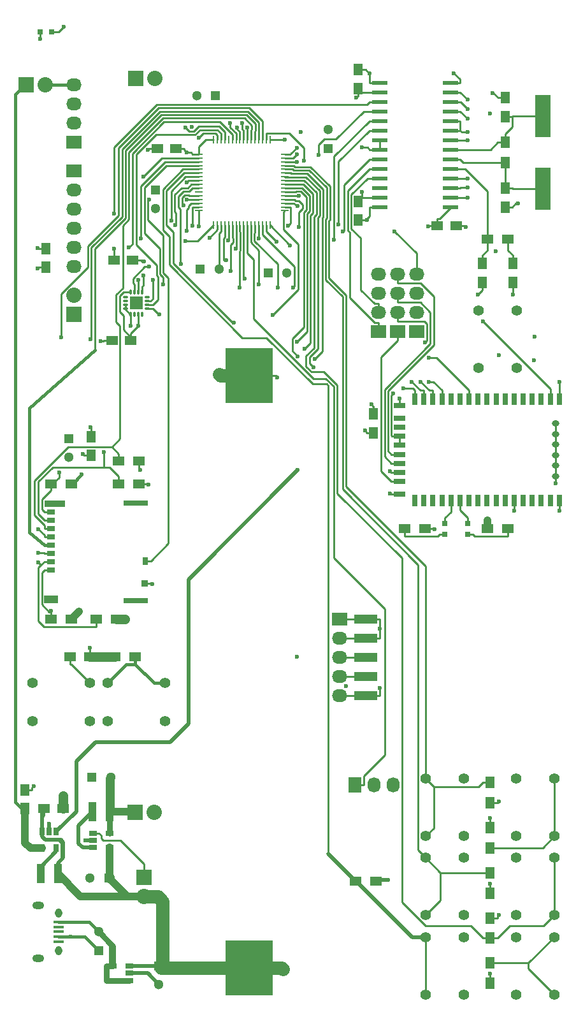
<source format=gtl>
G04 #@! TF.FileFunction,Copper,L1,Top,Signal*
%FSLAX46Y46*%
G04 Gerber Fmt 4.6, Leading zero omitted, Abs format (unit mm)*
G04 Created by KiCad (PCBNEW 4.0.2-stable) date Sat 27 Feb 2016 06:16:26 AM EST*
%MOMM*%
G01*
G04 APERTURE LIST*
%ADD10C,0.100000*%
%ADD11R,1.727200X2.032000*%
%ADD12O,1.727200X2.032000*%
%ADD13R,2.032000X1.727200*%
%ADD14O,2.032000X1.727200*%
%ADD15R,6.350000X7.340000*%
%ADD16R,3.050000X1.270000*%
%ADD17R,1.300000X1.300000*%
%ADD18C,1.300000*%
%ADD19R,1.100000X0.700000*%
%ADD20R,2.800000X0.860000*%
%ADD21R,1.830000X1.140000*%
%ADD22R,3.330000X0.700000*%
%ADD23R,0.930000X0.900000*%
%ADD24R,0.780000X1.050000*%
%ADD25R,0.800000X1.600000*%
%ADD26R,1.600000X0.800000*%
%ADD27O,1.000000X0.800000*%
%ADD28R,1.500000X1.250000*%
%ADD29R,1.250000X1.500000*%
%ADD30R,1.021080X2.540000*%
%ADD31R,1.350000X0.400000*%
%ADD32O,0.950000X1.250000*%
%ADD33O,1.550000X1.000000*%
%ADD34C,1.397000*%
%ADD35R,0.650000X1.060000*%
%ADD36R,1.060000X0.650000*%
%ADD37R,1.000000X0.250000*%
%ADD38R,0.250000X1.000000*%
%ADD39O,0.750000X0.300000*%
%ADD40O,0.300000X0.750000*%
%ADD41R,0.900000X0.900000*%
%ADD42R,2.000000X0.600000*%
%ADD43R,0.797560X0.797560*%
%ADD44R,1.500000X1.300000*%
%ADD45R,1.300000X1.500000*%
%ADD46R,2.100580X5.600700*%
%ADD47R,2.032000X2.032000*%
%ADD48O,2.032000X2.032000*%
%ADD49C,0.600000*%
%ADD50C,0.250000*%
%ADD51C,0.400000*%
%ADD52C,1.750000*%
%ADD53C,0.500000*%
%ADD54C,1.250000*%
%ADD55C,1.000000*%
%ADD56C,0.750000*%
G04 APERTURE END LIST*
D10*
D11*
X83000000Y-145000000D03*
D12*
X85540000Y-145000000D03*
X88080000Y-145000000D03*
D13*
X86150000Y-84820000D03*
D14*
X86150000Y-82280000D03*
X86150000Y-79740000D03*
X86150000Y-77200000D03*
D15*
X69000000Y-169330000D03*
X69000000Y-90670000D03*
D13*
X81000000Y-123000000D03*
D14*
X81000000Y-125540000D03*
X81000000Y-128080000D03*
X81000000Y-130620000D03*
X81000000Y-133160000D03*
D16*
X84490000Y-123000000D03*
X84490000Y-125540000D03*
X84490000Y-128080000D03*
X84490000Y-130620000D03*
X84490000Y-133160000D03*
D17*
X50350000Y-157350000D03*
D18*
X47850000Y-157350000D03*
D19*
X42650000Y-114250000D03*
X42650000Y-110950000D03*
D20*
X43150000Y-107670000D03*
D19*
X42650000Y-108750000D03*
X42650000Y-109850000D03*
X42650000Y-112050000D03*
X42650000Y-113150000D03*
X42650000Y-115350000D03*
X42650000Y-116450000D03*
D21*
X42665000Y-120330000D03*
D22*
X53915000Y-120550000D03*
D23*
X55115000Y-118240000D03*
D24*
X55190000Y-115290000D03*
D22*
X53915000Y-107590000D03*
D25*
X91000000Y-107250000D03*
D26*
X89000000Y-106400000D03*
X89000000Y-96300000D03*
D25*
X110200000Y-93750000D03*
X109000000Y-93750000D03*
X107800000Y-93750000D03*
X106600000Y-93750000D03*
X105400000Y-93750000D03*
X104200000Y-93750000D03*
X103000000Y-93750000D03*
X101800000Y-93750000D03*
X100600000Y-93750000D03*
X99400000Y-93750000D03*
X98200000Y-93750000D03*
X97000000Y-93750000D03*
X95800000Y-93750000D03*
X94600000Y-93750000D03*
X93400000Y-93750000D03*
X92200000Y-93750000D03*
X91000000Y-93750000D03*
D26*
X89000000Y-94600000D03*
X89000000Y-97500000D03*
X89000000Y-98700000D03*
X89000000Y-99900000D03*
X89000000Y-101100000D03*
X89000000Y-102300000D03*
X89000000Y-103500000D03*
X89000000Y-104700000D03*
D25*
X92200000Y-107250000D03*
X93400000Y-107250000D03*
X94600000Y-107250000D03*
X95800000Y-107250000D03*
X97000000Y-107250000D03*
X98200000Y-107250000D03*
X99400000Y-107250000D03*
X100600000Y-107250000D03*
X101800000Y-107250000D03*
X103000000Y-107250000D03*
X104200000Y-107250000D03*
X105400000Y-107250000D03*
X106600000Y-107250000D03*
X107800000Y-107250000D03*
X109000000Y-107250000D03*
X110200000Y-107250000D03*
D27*
X109700000Y-104000000D03*
X109700000Y-102600000D03*
X109700000Y-101200000D03*
X109700000Y-99800000D03*
X109700000Y-98400000D03*
X109700000Y-97000000D03*
D17*
X49000000Y-167000000D03*
D18*
X49000000Y-164500000D03*
D28*
X56750000Y-60500000D03*
X59250000Y-60500000D03*
D17*
X56500000Y-66000000D03*
D18*
X56500000Y-68500000D03*
D29*
X39200000Y-148150000D03*
X39200000Y-145650000D03*
D17*
X57000000Y-169000000D03*
D18*
X57000000Y-171500000D03*
D17*
X62500000Y-76500000D03*
D18*
X65000000Y-76500000D03*
D17*
X64500000Y-53500000D03*
D18*
X62000000Y-53500000D03*
D30*
X41254460Y-156800000D03*
X43545540Y-156800000D03*
X50455540Y-148580000D03*
X48164460Y-148580000D03*
D31*
X43662540Y-163199100D03*
X43662540Y-163849100D03*
X43662540Y-164499100D03*
X43662540Y-165149100D03*
X43662540Y-165799100D03*
D32*
X43662540Y-161999100D03*
X43662540Y-166999100D03*
D33*
X40962540Y-160999100D03*
X40962540Y-167999100D03*
D34*
X47810000Y-131460000D03*
X47810000Y-136540000D03*
X40190000Y-131460000D03*
X40190000Y-136540000D03*
X109540000Y-172810000D03*
X104460000Y-172810000D03*
X109540000Y-165190000D03*
X104460000Y-165190000D03*
X92460000Y-165190000D03*
X97540000Y-165190000D03*
X92460000Y-172810000D03*
X97540000Y-172810000D03*
X109540000Y-151810000D03*
X104460000Y-151810000D03*
X109540000Y-144190000D03*
X104460000Y-144190000D03*
X109540000Y-162310000D03*
X104460000Y-162310000D03*
X109540000Y-154690000D03*
X104460000Y-154690000D03*
X57810000Y-131460000D03*
X57810000Y-136540000D03*
X50190000Y-131460000D03*
X50190000Y-136540000D03*
X92460000Y-154690000D03*
X97540000Y-154690000D03*
X92460000Y-162310000D03*
X97540000Y-162310000D03*
X92460000Y-144190000D03*
X97540000Y-144190000D03*
X92460000Y-151810000D03*
X97540000Y-151810000D03*
D35*
X43350000Y-151200000D03*
X42400000Y-151200000D03*
X41450000Y-151200000D03*
X41450000Y-153400000D03*
X43350000Y-153400000D03*
D36*
X53100000Y-170950000D03*
X53100000Y-170000000D03*
X53100000Y-169050000D03*
X50900000Y-169050000D03*
X50900000Y-170950000D03*
D37*
X62300000Y-61250000D03*
X62300000Y-61750000D03*
X62300000Y-62250000D03*
X62300000Y-62750000D03*
X62300000Y-63250000D03*
X62300000Y-63750000D03*
X62300000Y-64250000D03*
X62300000Y-64750000D03*
X62300000Y-65250000D03*
X62300000Y-65750000D03*
X62300000Y-66250000D03*
X62300000Y-66750000D03*
X62300000Y-67250000D03*
X62300000Y-67750000D03*
X62300000Y-68250000D03*
X62300000Y-68750000D03*
D38*
X64250000Y-70700000D03*
X64750000Y-70700000D03*
X65250000Y-70700000D03*
X65750000Y-70700000D03*
X66250000Y-70700000D03*
X66750000Y-70700000D03*
X67250000Y-70700000D03*
X67750000Y-70700000D03*
X68250000Y-70700000D03*
X68750000Y-70700000D03*
X69250000Y-70700000D03*
X69750000Y-70700000D03*
X70250000Y-70700000D03*
X70750000Y-70700000D03*
X71250000Y-70700000D03*
X71750000Y-70700000D03*
D37*
X73700000Y-68750000D03*
X73700000Y-68250000D03*
X73700000Y-67750000D03*
X73700000Y-67250000D03*
X73700000Y-66750000D03*
X73700000Y-66250000D03*
X73700000Y-65750000D03*
X73700000Y-65250000D03*
X73700000Y-64750000D03*
X73700000Y-64250000D03*
X73700000Y-63750000D03*
X73700000Y-63250000D03*
X73700000Y-62750000D03*
X73700000Y-62250000D03*
X73700000Y-61750000D03*
X73700000Y-61250000D03*
D38*
X71750000Y-59300000D03*
X71250000Y-59300000D03*
X70750000Y-59300000D03*
X70250000Y-59300000D03*
X69750000Y-59300000D03*
X69250000Y-59300000D03*
X68750000Y-59300000D03*
X68250000Y-59300000D03*
X67750000Y-59300000D03*
X67250000Y-59300000D03*
X66750000Y-59300000D03*
X66250000Y-59300000D03*
X65750000Y-59300000D03*
X65250000Y-59300000D03*
X64750000Y-59300000D03*
X64250000Y-59300000D03*
D13*
X45720000Y-59690000D03*
D14*
X45720000Y-57150000D03*
X45720000Y-54610000D03*
X45720000Y-52070000D03*
D39*
X55475000Y-81750000D03*
X55475000Y-81250000D03*
X55475000Y-80750000D03*
X55475000Y-80250000D03*
D40*
X54750000Y-79525000D03*
X54250000Y-79525000D03*
X53750000Y-79525000D03*
X53250000Y-79525000D03*
D39*
X52525000Y-80250000D03*
X52525000Y-80750000D03*
X52525000Y-81250000D03*
X52525000Y-81750000D03*
D40*
X53250000Y-82475000D03*
X53750000Y-82475000D03*
X54250000Y-82475000D03*
X54750000Y-82475000D03*
D41*
X53550000Y-80550000D03*
X53550000Y-81450000D03*
X54450000Y-80550000D03*
X54450000Y-81450000D03*
D42*
X86300000Y-51745000D03*
X86300000Y-53015000D03*
X86300000Y-54285000D03*
X86300000Y-55555000D03*
X86300000Y-56825000D03*
X86300000Y-58095000D03*
X86300000Y-59365000D03*
X86300000Y-60635000D03*
X86300000Y-61905000D03*
X86300000Y-63175000D03*
X86300000Y-64445000D03*
X86300000Y-65715000D03*
X86300000Y-66985000D03*
X86300000Y-68255000D03*
X95700000Y-68255000D03*
X95700000Y-66985000D03*
X95700000Y-65715000D03*
X95700000Y-64445000D03*
X95700000Y-63175000D03*
X95700000Y-61905000D03*
X95700000Y-60635000D03*
X95700000Y-59365000D03*
X95700000Y-58095000D03*
X95700000Y-56825000D03*
X95700000Y-55555000D03*
X95700000Y-54285000D03*
X95700000Y-53015000D03*
X95700000Y-51745000D03*
D29*
X48000000Y-101250000D03*
X48000000Y-98750000D03*
D28*
X53500000Y-75350000D03*
X51000000Y-75350000D03*
X50750000Y-86000000D03*
X53250000Y-86000000D03*
D29*
X83500000Y-52500000D03*
X83500000Y-50000000D03*
X83500000Y-67500000D03*
X83500000Y-70000000D03*
D28*
X94000000Y-70750000D03*
X96500000Y-70750000D03*
D29*
X100000000Y-75750000D03*
X100000000Y-78250000D03*
X104000000Y-75750000D03*
X104000000Y-78250000D03*
X103000000Y-65750000D03*
X103000000Y-68250000D03*
X103000000Y-56250000D03*
X103000000Y-53750000D03*
D43*
X42749300Y-45000000D03*
X41250700Y-45000000D03*
X98000000Y-111749300D03*
X98000000Y-110250700D03*
X95000000Y-111749300D03*
X95000000Y-110250700D03*
D13*
X91230000Y-84820000D03*
D14*
X91230000Y-82280000D03*
X91230000Y-79740000D03*
X91230000Y-77200000D03*
D13*
X88690000Y-84820000D03*
D14*
X88690000Y-82280000D03*
X88690000Y-79740000D03*
X88690000Y-77200000D03*
D44*
X47850000Y-128000000D03*
X45150000Y-128000000D03*
D45*
X101000000Y-171350000D03*
X101000000Y-168650000D03*
D44*
X85850000Y-157750000D03*
X83150000Y-157750000D03*
D45*
X101000000Y-150650000D03*
X101000000Y-153350000D03*
X101000000Y-162650000D03*
X101000000Y-165350000D03*
D44*
X51150000Y-128000000D03*
X53850000Y-128000000D03*
D45*
X101000000Y-159350000D03*
X101000000Y-156650000D03*
X101000000Y-147350000D03*
X101000000Y-144650000D03*
D44*
X42650000Y-123000000D03*
X45350000Y-123000000D03*
X48650000Y-123000000D03*
X51350000Y-123000000D03*
X51650000Y-102000000D03*
X54350000Y-102000000D03*
X54350000Y-105000000D03*
X51650000Y-105000000D03*
X45350000Y-105000000D03*
X42650000Y-105000000D03*
X100650000Y-72500000D03*
X103350000Y-72500000D03*
D45*
X103000000Y-59650000D03*
X103000000Y-62350000D03*
D44*
X92350000Y-111000000D03*
X89650000Y-111000000D03*
X100650000Y-111000000D03*
X103350000Y-111000000D03*
D46*
X108000000Y-65848860D03*
X108000000Y-56151140D03*
D28*
X41750000Y-148100000D03*
X44250000Y-148100000D03*
D17*
X48100000Y-144000000D03*
D18*
X50600000Y-144000000D03*
D17*
X71500000Y-77000000D03*
D18*
X74000000Y-77000000D03*
D17*
X79500000Y-60500000D03*
D18*
X79500000Y-58000000D03*
D17*
X45000000Y-99000000D03*
D18*
X45000000Y-101500000D03*
D36*
X48250000Y-151400000D03*
X48250000Y-152350000D03*
X48250000Y-153300000D03*
X50450000Y-153300000D03*
X50450000Y-151400000D03*
D47*
X53900000Y-51200000D03*
D48*
X56440000Y-51200000D03*
D34*
X99460000Y-81990000D03*
X104540000Y-81990000D03*
X99460000Y-89610000D03*
X104540000Y-89610000D03*
D47*
X45720000Y-82550000D03*
D48*
X45720000Y-80010000D03*
D13*
X45720000Y-63500000D03*
D14*
X45720000Y-66040000D03*
X45720000Y-68580000D03*
X45720000Y-71120000D03*
X45720000Y-73660000D03*
X45720000Y-76200000D03*
D29*
X85500000Y-98250000D03*
X85500000Y-95750000D03*
X42000000Y-73750000D03*
X42000000Y-76250000D03*
D47*
X39370000Y-52070000D03*
D48*
X41910000Y-52070000D03*
D47*
X53800000Y-148600000D03*
D48*
X56340000Y-148600000D03*
D47*
X55000000Y-157300000D03*
D48*
X55000000Y-159840000D03*
D49*
X104200000Y-108587400D03*
X45300000Y-165149100D03*
X75300000Y-128000000D03*
X65000000Y-90500000D03*
X72695000Y-90864700D03*
X86340300Y-124270000D03*
X87400000Y-157600000D03*
X44250000Y-146400000D03*
X42400000Y-150150000D03*
X47250000Y-152350000D03*
X101000000Y-55868700D03*
X101000000Y-158078100D03*
X102151000Y-162260200D03*
X101000000Y-149365000D03*
X101000000Y-170091400D03*
X47850000Y-126823800D03*
X98031600Y-56561300D03*
X98032200Y-59435600D03*
X40856300Y-76443400D03*
X106846300Y-88581600D03*
X104000000Y-79923300D03*
X99400600Y-79908800D03*
X109700000Y-104927800D03*
X110200000Y-108552800D03*
X110200000Y-91460300D03*
X87694100Y-106299200D03*
X56114600Y-118300000D03*
X98014100Y-54003800D03*
X41250700Y-45915000D03*
X83181400Y-53762000D03*
X83993200Y-66223300D03*
X89000000Y-93693400D03*
X40357400Y-145135900D03*
X102184200Y-147177600D03*
X104710200Y-67819200D03*
X85204700Y-94481300D03*
X101294700Y-53123200D03*
X63707600Y-72327500D03*
X75326000Y-61264200D03*
X60231500Y-68067100D03*
X55484800Y-60689900D03*
X62296000Y-59033900D03*
X53250000Y-84011700D03*
X55013800Y-75509100D03*
X47904700Y-97490800D03*
X49244000Y-86095400D03*
X92746200Y-70864000D03*
X40964000Y-114199100D03*
X81865100Y-131902900D03*
X72580000Y-72847400D03*
X73500000Y-169500000D03*
X100650000Y-109900000D03*
X46400000Y-122000000D03*
X52500000Y-123000000D03*
X102200000Y-87900000D03*
X86340300Y-132134300D03*
X46750000Y-103750000D03*
X88100000Y-93000000D03*
X54533800Y-103159100D03*
X98032100Y-66985000D03*
X40874700Y-73697600D03*
X84974700Y-50479600D03*
X61335900Y-57588200D03*
X54250000Y-84014400D03*
X98013500Y-58313200D03*
X93610600Y-111058400D03*
X106940700Y-85490700D03*
X74391300Y-73357800D03*
X55625200Y-105104600D03*
X46864600Y-101064900D03*
X40968900Y-111024900D03*
X60674800Y-67264200D03*
X75305600Y-60381700D03*
X84353600Y-97917300D03*
X84661900Y-70013400D03*
X51000000Y-73828400D03*
X60698700Y-61048100D03*
X75848500Y-58304800D03*
X83993900Y-60360600D03*
X97766700Y-70941400D03*
X101716800Y-74100400D03*
X43709400Y-103468200D03*
X43984400Y-85601000D03*
X49637000Y-100758400D03*
X47861400Y-85785800D03*
X75362500Y-86120500D03*
X40959800Y-115425700D03*
X76349600Y-87087100D03*
X42650000Y-121845600D03*
X76279100Y-62104800D03*
X55700000Y-67250000D03*
X54615200Y-72424900D03*
X57592300Y-78530200D03*
X66957700Y-83595100D03*
X77702400Y-88407100D03*
X54916000Y-64251600D03*
X58641400Y-70026300D03*
X78237500Y-61370300D03*
X60672800Y-64991400D03*
X51023300Y-69109800D03*
X59170200Y-70651600D03*
X54250000Y-77975200D03*
X59945100Y-75851300D03*
X60688000Y-71397400D03*
X61421300Y-70770500D03*
X62260700Y-70858500D03*
X60533500Y-72796000D03*
X65900000Y-75300000D03*
X80870200Y-70548000D03*
X66229000Y-72707400D03*
X66531100Y-76792600D03*
X92865500Y-91487500D03*
X80244900Y-72570200D03*
X67162100Y-73820800D03*
X67750000Y-78920700D03*
X89480700Y-92374200D03*
X68399200Y-77751100D03*
X90592600Y-91487400D03*
X70275000Y-78525000D03*
X91771600Y-91495400D03*
X72750000Y-78950000D03*
X100018900Y-83450800D03*
X56201500Y-77978300D03*
X70293500Y-72436100D03*
X44362700Y-44305600D03*
X60535500Y-57719000D03*
X57028000Y-82515200D03*
X72114000Y-82559400D03*
X74163100Y-70726800D03*
X55655400Y-76189400D03*
X98036500Y-55263600D03*
X75441900Y-68154500D03*
X54897600Y-77337300D03*
X75601500Y-70885700D03*
X96194200Y-50470300D03*
X75545100Y-66786800D03*
X77501200Y-89501100D03*
X75327500Y-62290400D03*
X73701300Y-59290500D03*
X68725400Y-57689400D03*
X88319300Y-71474800D03*
X67333100Y-57676600D03*
X52951300Y-73661100D03*
X81468700Y-71504700D03*
X98041800Y-64453600D03*
X92358300Y-86208500D03*
X87693100Y-103311600D03*
X98025800Y-65640400D03*
X74837100Y-78950900D03*
X92838200Y-88302300D03*
X68051200Y-57130800D03*
X66476200Y-57080800D03*
X75449300Y-103200000D03*
X75449300Y-88073700D03*
D50*
X104200000Y-108587400D02*
X104200000Y-107250000D01*
D51*
X43662540Y-165149100D02*
X45300000Y-165149100D01*
X45300000Y-165149100D02*
X47149100Y-165149100D01*
X47149100Y-165149100D02*
X49000000Y-167000000D01*
D52*
X69000000Y-90670000D02*
X65170000Y-90670000D01*
X65170000Y-90670000D02*
X65000000Y-90500000D01*
D50*
X69000000Y-90670000D02*
X72500300Y-90670000D01*
X72500300Y-90670000D02*
X72695000Y-90864700D01*
X81000000Y-125540000D02*
X84490000Y-125540000D01*
X81000000Y-123000000D02*
X84490000Y-123000000D01*
X84490000Y-123000000D02*
X86340300Y-123000000D01*
X84490000Y-125540000D02*
X86340300Y-125540000D01*
X86340300Y-123000000D02*
X86340300Y-124270000D01*
X86340300Y-124270000D02*
X86340300Y-125540000D01*
D53*
X85750000Y-157600000D02*
X87400000Y-157600000D01*
D54*
X51150000Y-128000000D02*
X47850000Y-128000000D01*
X44250000Y-148100000D02*
X44250000Y-146400000D01*
D53*
X42400000Y-151200000D02*
X42400000Y-150150000D01*
X48250000Y-152350000D02*
X47250000Y-152350000D01*
X53100000Y-170000000D02*
X55500000Y-170000000D01*
X55500000Y-170000000D02*
X57000000Y-171500000D01*
D50*
X101000000Y-159350000D02*
X101000000Y-158078100D01*
X101000000Y-162650000D02*
X101975300Y-162650000D01*
X101975300Y-162435900D02*
X101975300Y-162650000D01*
X102151000Y-162260200D02*
X101975300Y-162435900D01*
X101000000Y-149365000D02*
X101000000Y-150650000D01*
X101000000Y-170091400D02*
X101000000Y-171350000D01*
X47850000Y-128000000D02*
X47850000Y-126823800D01*
X95700000Y-55555000D02*
X97025300Y-55555000D01*
X98031600Y-56561300D02*
X97025300Y-55555000D01*
X95700000Y-59365000D02*
X97025300Y-59365000D01*
X97095900Y-59435600D02*
X97025300Y-59365000D01*
X98032200Y-59435600D02*
X97095900Y-59435600D01*
X95700000Y-68354400D02*
X95700000Y-68255000D01*
X94254700Y-69799700D02*
X95700000Y-68354400D01*
X94000000Y-69799700D02*
X94254700Y-69799700D01*
X94000000Y-70750000D02*
X94000000Y-69799700D01*
X86300000Y-66985000D02*
X84974700Y-66985000D01*
X42000000Y-76250000D02*
X41049700Y-76250000D01*
X104000000Y-78250000D02*
X104000000Y-79923300D01*
X100000000Y-78250000D02*
X100000000Y-79325300D01*
X99984100Y-79325300D02*
X100000000Y-79325300D01*
X99400600Y-79908800D02*
X99984100Y-79325300D01*
X109700000Y-98400000D02*
X109700000Y-97000000D01*
X109700000Y-99800000D02*
X109700000Y-98400000D01*
X109700000Y-101200000D02*
X109700000Y-99800000D01*
X109700000Y-102600000D02*
X109700000Y-101200000D01*
X109700000Y-104000000D02*
X109700000Y-102600000D01*
X109700000Y-104927800D02*
X109700000Y-104000000D01*
X110200000Y-108552800D02*
X110200000Y-107250000D01*
X110200000Y-91460300D02*
X110200000Y-93750000D01*
X89000000Y-106400000D02*
X87874700Y-106400000D01*
X87773900Y-106299200D02*
X87874700Y-106400000D01*
X87694100Y-106299200D02*
X87773900Y-106299200D01*
X55115000Y-118240000D02*
X55905300Y-118240000D01*
X55965300Y-118300000D02*
X55905300Y-118240000D01*
X56114600Y-118300000D02*
X55965300Y-118300000D01*
X41049700Y-76250000D02*
X40856300Y-76443400D01*
X95700000Y-53015000D02*
X97025300Y-53015000D01*
X97025300Y-53015000D02*
X98014100Y-54003800D01*
X41250700Y-45915000D02*
X41250700Y-45000000D01*
X83368100Y-53575300D02*
X83500000Y-53575300D01*
X83181400Y-53762000D02*
X83368100Y-53575300D01*
X84974700Y-66985000D02*
X83993200Y-66985000D01*
X83500000Y-67478200D02*
X83500000Y-67500000D01*
X83993200Y-66985000D02*
X83500000Y-67478200D01*
X83993200Y-66223300D02*
X83993200Y-66985000D01*
X83500000Y-52500000D02*
X83500000Y-53037600D01*
X83500000Y-53037600D02*
X83500000Y-53575300D01*
X84952100Y-53037600D02*
X84974700Y-53015000D01*
X83500000Y-53037600D02*
X84952100Y-53037600D01*
X86300000Y-53015000D02*
X84974700Y-53015000D01*
X39200000Y-145650000D02*
X40150300Y-145650000D01*
X40150300Y-145343000D02*
X40150300Y-145650000D01*
X40357400Y-145135900D02*
X40150300Y-145343000D01*
X102147700Y-147177600D02*
X101975300Y-147350000D01*
X102184200Y-147177600D02*
X102147700Y-147177600D01*
X101000000Y-147350000D02*
X101975300Y-147350000D01*
X103000000Y-68250000D02*
X103950300Y-68250000D01*
X104381100Y-67819200D02*
X103950300Y-68250000D01*
X104710200Y-67819200D02*
X104381100Y-67819200D01*
X85500000Y-95750000D02*
X85500000Y-94674700D01*
X85398100Y-94674700D02*
X85500000Y-94674700D01*
X85204700Y-94481300D02*
X85398100Y-94674700D01*
X103000000Y-53750000D02*
X102049700Y-53750000D01*
X101422900Y-53123200D02*
X102049700Y-53750000D01*
X101294700Y-53123200D02*
X101422900Y-53123200D01*
X64750000Y-71285100D02*
X64750000Y-70700000D01*
X63707600Y-72327500D02*
X64750000Y-71285100D01*
X74840200Y-61750000D02*
X73700000Y-61750000D01*
X75326000Y-61264200D02*
X74840200Y-61750000D01*
X89000000Y-94600000D02*
X89000000Y-93693400D01*
X56750000Y-60500000D02*
X55674700Y-60500000D01*
X55484800Y-60689900D02*
X55674700Y-60500000D01*
X52525000Y-81825200D02*
X52525000Y-81750000D01*
X53174800Y-82475000D02*
X52525000Y-81825200D01*
X53250000Y-82475000D02*
X53174800Y-82475000D01*
X52525000Y-81750000D02*
X52525000Y-81250000D01*
X60049500Y-67885100D02*
X60231500Y-68067100D01*
X60049500Y-67005200D02*
X60049500Y-67885100D01*
X60415800Y-66638900D02*
X60049500Y-67005200D01*
X60933900Y-66638900D02*
X60415800Y-66638900D01*
X61045000Y-66750000D02*
X60933900Y-66638900D01*
X62300000Y-66750000D02*
X61045000Y-66750000D01*
X53250000Y-84011700D02*
X53250000Y-82475000D01*
X53500000Y-75350000D02*
X54575300Y-75350000D01*
X48000000Y-98750000D02*
X48000000Y-97674700D01*
X47904700Y-97579400D02*
X48000000Y-97674700D01*
X47904700Y-97490800D02*
X47904700Y-97579400D01*
X50750000Y-86000000D02*
X49674700Y-86000000D01*
X49579300Y-86095400D02*
X49674700Y-86000000D01*
X49244000Y-86095400D02*
X49579300Y-86095400D01*
X62855300Y-58474600D02*
X62296000Y-59033900D01*
X64526900Y-58474600D02*
X62855300Y-58474600D01*
X64750000Y-58697700D02*
X64526900Y-58474600D01*
X64750000Y-59300000D02*
X64750000Y-58697700D01*
X94000000Y-70750000D02*
X92924700Y-70750000D01*
X92810700Y-70864000D02*
X92924700Y-70750000D01*
X92746200Y-70864000D02*
X92810700Y-70864000D01*
X42650000Y-114250000D02*
X41774700Y-114250000D01*
X41723800Y-114199100D02*
X41774700Y-114250000D01*
X40964000Y-114199100D02*
X41723800Y-114199100D01*
X71257900Y-71525300D02*
X71250000Y-71525300D01*
X72580000Y-72847400D02*
X71257900Y-71525300D01*
X71250000Y-70700000D02*
X71250000Y-71525300D01*
X54734400Y-75509100D02*
X55013800Y-75509100D01*
X54575300Y-75350000D02*
X54734400Y-75509100D01*
D53*
X43545540Y-156800000D02*
X43545540Y-155404460D01*
X41450000Y-151850000D02*
X41450000Y-151200000D01*
X41900000Y-152300000D02*
X41450000Y-151850000D01*
X44000000Y-152300000D02*
X41900000Y-152300000D01*
X44300000Y-152600000D02*
X44000000Y-152300000D01*
X44300000Y-154650000D02*
X44300000Y-152600000D01*
X43545540Y-155404460D02*
X44300000Y-154650000D01*
X41450000Y-151200000D02*
X41450000Y-148400000D01*
X41450000Y-148400000D02*
X41750000Y-148100000D01*
D55*
X55000000Y-159840000D02*
X46585540Y-159840000D01*
X46585540Y-159840000D02*
X43545540Y-156800000D01*
X55000000Y-159840000D02*
X52840000Y-159840000D01*
X52840000Y-159840000D02*
X50350000Y-157350000D01*
D53*
X53100000Y-169050000D02*
X56950000Y-169050000D01*
X56950000Y-169050000D02*
X57000000Y-169000000D01*
D54*
X57000000Y-169000000D02*
X68670000Y-169000000D01*
X68670000Y-169000000D02*
X69000000Y-169330000D01*
D52*
X69000000Y-169330000D02*
X57330000Y-169330000D01*
X57330000Y-169330000D02*
X57500000Y-169160000D01*
X57500000Y-169160000D02*
X57500000Y-160500000D01*
X57500000Y-160500000D02*
X56840000Y-159840000D01*
X56840000Y-159840000D02*
X55000000Y-159840000D01*
X69000000Y-169330000D02*
X73330000Y-169330000D01*
X73330000Y-169330000D02*
X73500000Y-169500000D01*
D50*
X53100000Y-169050000D02*
X53955300Y-169050000D01*
X65169700Y-169000000D02*
X65499700Y-169330000D01*
X57000000Y-169000000D02*
X65169700Y-169000000D01*
X69000000Y-169330000D02*
X65499700Y-169330000D01*
X57000000Y-169000000D02*
X56024700Y-169000000D01*
X54005300Y-169000000D02*
X53955300Y-169050000D01*
X56024700Y-169000000D02*
X54005300Y-169000000D01*
X43545500Y-156800000D02*
X43545500Y-155204700D01*
X41450000Y-151652900D02*
X41450000Y-151200000D01*
X41900400Y-152103300D02*
X41450000Y-151652900D01*
X43378400Y-152103300D02*
X41900400Y-152103300D01*
X44006500Y-152731400D02*
X43378400Y-152103300D01*
X44006500Y-154743700D02*
X44006500Y-152731400D01*
X43545500Y-155204700D02*
X44006500Y-154743700D01*
X41450000Y-149350300D02*
X41750000Y-149050300D01*
X41750000Y-148100000D02*
X41750000Y-149050300D01*
X41450000Y-151200000D02*
X41450000Y-149350300D01*
D55*
X50450000Y-153300000D02*
X50450000Y-157250000D01*
X50450000Y-157250000D02*
X50350000Y-157350000D01*
D54*
X50400000Y-157300000D02*
X50350000Y-157350000D01*
D51*
X41910000Y-52070000D02*
X45720000Y-52070000D01*
D55*
X100650000Y-111000000D02*
X100650000Y-109900000D01*
X45350000Y-123000000D02*
X45400000Y-123000000D01*
X45400000Y-123000000D02*
X46400000Y-122000000D01*
D54*
X51350000Y-123000000D02*
X52500000Y-123000000D01*
D50*
X81000000Y-133160000D02*
X84490000Y-133160000D01*
X86340300Y-132134300D02*
X86340300Y-133160000D01*
X84490000Y-133160000D02*
X86340300Y-133160000D01*
D51*
X45350000Y-105000000D02*
X45500000Y-105000000D01*
X45500000Y-105000000D02*
X46750000Y-103750000D01*
D50*
X89000000Y-98700000D02*
X87974402Y-98700000D01*
X87874402Y-93225598D02*
X88100000Y-93000000D01*
X87874402Y-98600000D02*
X87874402Y-93225598D01*
X87974402Y-98700000D02*
X87874402Y-98600000D01*
X54350000Y-102000000D02*
X54350000Y-102975300D01*
X54350000Y-102975300D02*
X54533800Y-103159100D01*
X97025300Y-58095000D02*
X97025300Y-56825000D01*
X95700000Y-58095000D02*
X97025300Y-58095000D01*
X95700000Y-56825000D02*
X97025300Y-56825000D01*
X95700000Y-66985000D02*
X98032100Y-66985000D01*
X86300000Y-59365000D02*
X86300000Y-60635000D01*
X42000000Y-73750000D02*
X41049700Y-73750000D01*
X89000000Y-98700000D02*
X89000000Y-99900000D01*
X86300000Y-51745000D02*
X84974700Y-51745000D01*
X40997300Y-73697600D02*
X40874700Y-73697600D01*
X41049700Y-73750000D02*
X40997300Y-73697600D01*
X97243500Y-58313200D02*
X97025300Y-58095000D01*
X98013500Y-58313200D02*
X97243500Y-58313200D01*
X54250000Y-84014400D02*
X54250000Y-82475000D01*
X83500000Y-50000000D02*
X84450300Y-50000000D01*
X84974700Y-50479600D02*
X84974700Y-51745000D01*
X84929900Y-50479600D02*
X84450300Y-50000000D01*
X84974700Y-50479600D02*
X84929900Y-50479600D01*
X92350000Y-111000000D02*
X93425300Y-111000000D01*
X93483700Y-111058400D02*
X93425300Y-111000000D01*
X93610600Y-111058400D02*
X93483700Y-111058400D01*
X54350000Y-105000000D02*
X55425300Y-105000000D01*
X55529900Y-105104600D02*
X55425300Y-105000000D01*
X55625200Y-105104600D02*
X55529900Y-105104600D01*
X65250000Y-70700000D02*
X65250000Y-71525300D01*
X63238000Y-59300000D02*
X64250000Y-59300000D01*
X62300000Y-60238000D02*
X63238000Y-59300000D01*
X62300000Y-61250000D02*
X62300000Y-60238000D01*
X74391300Y-73341300D02*
X74391300Y-73357800D01*
X71750000Y-70700000D02*
X74391300Y-73341300D01*
X65000000Y-71775300D02*
X65000000Y-76500000D01*
X65250000Y-71525300D02*
X65000000Y-71775300D01*
X48000000Y-101250000D02*
X47049700Y-101250000D01*
X46864600Y-101064900D02*
X47049700Y-101250000D01*
X86300000Y-68255000D02*
X84974700Y-68255000D01*
X83500000Y-70000000D02*
X84450300Y-70000000D01*
X84974700Y-69475600D02*
X84450300Y-70000000D01*
X84974700Y-68255000D02*
X84974700Y-69475600D01*
X42650000Y-112050000D02*
X41774700Y-112050000D01*
X41774700Y-111830700D02*
X41774700Y-112050000D01*
X40968900Y-111024900D02*
X41774700Y-111830700D01*
X61460500Y-67264200D02*
X61474700Y-67250000D01*
X60674800Y-67264200D02*
X61460500Y-67264200D01*
X62300000Y-67250000D02*
X61474700Y-67250000D01*
X73700000Y-61250000D02*
X74525300Y-61250000D01*
X74525300Y-61162000D02*
X74525300Y-61250000D01*
X75305600Y-60381700D02*
X74525300Y-61162000D01*
X85500000Y-98250000D02*
X84549700Y-98250000D01*
X84549700Y-98113400D02*
X84549700Y-98250000D01*
X84353600Y-97917300D02*
X84549700Y-98113400D01*
X84463700Y-70013400D02*
X84450300Y-70000000D01*
X84661900Y-70013400D02*
X84463700Y-70013400D01*
X51000000Y-73828400D02*
X51000000Y-75350000D01*
X54250000Y-84049700D02*
X54250000Y-84014400D01*
X53250000Y-85049700D02*
X54250000Y-84049700D01*
X62300000Y-61250000D02*
X61474700Y-61250000D01*
X61272800Y-61048100D02*
X60698700Y-61048100D01*
X61474700Y-61250000D02*
X61272800Y-61048100D01*
X60325300Y-60674700D02*
X60325300Y-60500000D01*
X60698700Y-61048100D02*
X60325300Y-60674700D01*
X59250000Y-60500000D02*
X60325300Y-60500000D01*
X86300000Y-60635000D02*
X84974700Y-60635000D01*
X84700300Y-60360600D02*
X84974700Y-60635000D01*
X83993900Y-60360600D02*
X84700300Y-60360600D01*
X96500000Y-70750000D02*
X97575300Y-70750000D01*
X97766700Y-70941400D02*
X97575300Y-70750000D01*
X53250000Y-86000000D02*
X53250000Y-85524800D01*
X53250000Y-85524800D02*
X53250000Y-85049700D01*
X52328400Y-79525000D02*
X53250000Y-79525000D01*
X51813600Y-80039800D02*
X52328400Y-79525000D01*
X51813600Y-82213600D02*
X51813600Y-80039800D01*
X52290900Y-82690900D02*
X51813600Y-82213600D01*
X52290900Y-84565700D02*
X52290900Y-82690900D01*
X53250000Y-85524800D02*
X52290900Y-84565700D01*
X51650000Y-102000000D02*
X51650000Y-101024700D01*
X42650000Y-110950000D02*
X41774700Y-110950000D01*
X51650000Y-101024700D02*
X50745100Y-100119800D01*
X41774700Y-110532900D02*
X41774700Y-110950000D01*
X40465900Y-109224100D02*
X41774700Y-110532900D01*
X40465900Y-104591800D02*
X40465900Y-109224100D01*
X44937900Y-100119800D02*
X40465900Y-104591800D01*
X50745100Y-100119800D02*
X44937900Y-100119800D01*
X69250000Y-59300000D02*
X69250000Y-58474700D01*
X51825400Y-99039500D02*
X50745100Y-100119800D01*
X51825400Y-84025600D02*
X51825400Y-99039500D01*
X51306300Y-83506500D02*
X51825400Y-84025600D01*
X51306300Y-79910200D02*
X51306300Y-83506500D01*
X52212400Y-79004100D02*
X51306300Y-79910200D01*
X52212400Y-70715800D02*
X52212400Y-79004100D01*
X52999500Y-69928700D02*
X52212400Y-70715800D01*
X52999500Y-60971800D02*
X52999500Y-69928700D01*
X57515800Y-56455500D02*
X52999500Y-60971800D01*
X68375900Y-56455500D02*
X57515800Y-56455500D01*
X69350700Y-57430300D02*
X68375900Y-56455500D01*
X69350700Y-57948500D02*
X69350700Y-57430300D01*
X69250000Y-58049200D02*
X69350700Y-57948500D01*
X69250000Y-58474700D02*
X69250000Y-58049200D01*
X42650000Y-108750000D02*
X41774700Y-108750000D01*
X41424600Y-108399900D02*
X41774700Y-108750000D01*
X41424600Y-107088100D02*
X41424600Y-108399900D01*
X42650000Y-105862700D02*
X41424600Y-107088100D01*
X42650000Y-105000000D02*
X42650000Y-105215600D01*
X42650000Y-105215600D02*
X42650000Y-105862700D01*
X43709400Y-104156200D02*
X43709400Y-103468200D01*
X42650000Y-105215600D02*
X43709400Y-104156200D01*
X43984400Y-79841800D02*
X43984400Y-85601000D01*
X47551800Y-76274400D02*
X43984400Y-79841800D01*
X47551800Y-73465700D02*
X47551800Y-76274400D01*
X51648600Y-69368900D02*
X47551800Y-73465700D01*
X51648600Y-60412000D02*
X51648600Y-69368900D01*
X56956000Y-55104600D02*
X51648600Y-60412000D01*
X68990200Y-55104600D02*
X56956000Y-55104600D01*
X70750000Y-56864400D02*
X68990200Y-55104600D01*
X70750000Y-59300000D02*
X70750000Y-56864400D01*
X51650000Y-105000000D02*
X51650000Y-104024700D01*
X42650000Y-109850000D02*
X41774700Y-109850000D01*
X70250000Y-59300000D02*
X70250000Y-58474700D01*
X50436700Y-102811400D02*
X51650000Y-104024700D01*
X49637000Y-102811400D02*
X50436700Y-102811400D01*
X42883200Y-102811400D02*
X49637000Y-102811400D01*
X40969700Y-104724900D02*
X42883200Y-102811400D01*
X40969700Y-109045000D02*
X40969700Y-104724900D01*
X41774700Y-109850000D02*
X40969700Y-109045000D01*
X49637000Y-102811400D02*
X49637000Y-100758400D01*
X48002100Y-85645100D02*
X47861400Y-85785800D01*
X48002100Y-73652300D02*
X48002100Y-85645100D01*
X52098900Y-69555500D02*
X48002100Y-73652300D01*
X52098900Y-60598600D02*
X52098900Y-69555500D01*
X57142600Y-55554900D02*
X52098900Y-60598600D01*
X68803600Y-55554900D02*
X57142600Y-55554900D01*
X70251300Y-57002600D02*
X68803600Y-55554900D01*
X70251300Y-58473400D02*
X70251300Y-57002600D01*
X70250000Y-58474700D02*
X70251300Y-58473400D01*
D51*
X42650000Y-113150000D02*
X41774700Y-113150000D01*
D50*
X69750000Y-58186100D02*
X69750000Y-59300000D01*
X69801000Y-58135100D02*
X69750000Y-58186100D01*
X69801000Y-57189200D02*
X69801000Y-58135100D01*
X68617000Y-56005200D02*
X69801000Y-57189200D01*
X57329200Y-56005200D02*
X68617000Y-56005200D01*
X52549200Y-60785200D02*
X57329200Y-56005200D01*
X52549200Y-69742100D02*
X52549200Y-60785200D01*
X48492500Y-73798800D02*
X52549200Y-69742100D01*
X48500000Y-87250000D02*
X48492500Y-73798800D01*
D51*
X39750000Y-95000000D02*
X48500000Y-87250000D01*
X39750000Y-111500000D02*
X39750000Y-95000000D01*
X41774700Y-113150000D02*
X39750000Y-111500000D01*
D50*
X48650000Y-123000000D02*
X48650000Y-123975300D01*
X42650000Y-115350000D02*
X41774700Y-115350000D01*
X40967600Y-116157100D02*
X41329400Y-115795300D01*
X40967600Y-123237300D02*
X40967600Y-116157100D01*
X41705600Y-123975300D02*
X40967600Y-123237300D01*
X48650000Y-123975300D02*
X41705600Y-123975300D01*
X41329400Y-115795300D02*
X41774700Y-115350000D01*
X40959800Y-115425700D02*
X41329400Y-115795300D01*
X73700000Y-65750000D02*
X74525300Y-65750000D01*
X74564100Y-65711200D02*
X74525300Y-65750000D01*
X75990800Y-65711200D02*
X74564100Y-65711200D01*
X77017600Y-66738000D02*
X75990800Y-65711200D01*
X77017600Y-68836600D02*
X77017600Y-66738000D01*
X76677200Y-69177000D02*
X77017600Y-68836600D01*
X76677200Y-84805800D02*
X76677200Y-69177000D01*
X75362500Y-86120500D02*
X76677200Y-84805800D01*
X41424600Y-116800100D02*
X41774700Y-116450000D01*
X41424600Y-121043100D02*
X41424600Y-116800100D01*
X42406200Y-122024700D02*
X41424600Y-121043100D01*
X42650000Y-122024700D02*
X42406200Y-122024700D01*
X42650000Y-123000000D02*
X42650000Y-122024700D01*
X42650000Y-116450000D02*
X41774700Y-116450000D01*
X42650000Y-122024700D02*
X42650000Y-121845600D01*
X73700000Y-65250000D02*
X74525300Y-65250000D01*
X76166500Y-65250000D02*
X74525300Y-65250000D01*
X77467900Y-66551400D02*
X76166500Y-65250000D01*
X77467900Y-69023200D02*
X77467900Y-66551400D01*
X77127500Y-69363600D02*
X77467900Y-69023200D01*
X77127500Y-86309200D02*
X77127500Y-69363600D01*
X76349600Y-87087100D02*
X77127500Y-86309200D01*
X55523400Y-68097200D02*
X55523400Y-67426600D01*
X76279100Y-60412300D02*
X76279100Y-62104800D01*
X74341500Y-58474700D02*
X76279100Y-60412300D01*
X71250000Y-58474700D02*
X74341500Y-58474700D01*
X55190000Y-115290000D02*
X55905300Y-115290000D01*
X71250000Y-58474700D02*
X71250000Y-59300000D01*
X58267700Y-112927600D02*
X55905300Y-115290000D01*
X58267700Y-77654100D02*
X58267700Y-112927600D01*
X57592400Y-76978800D02*
X58267700Y-77654100D01*
X57592400Y-72043800D02*
X57592400Y-76978800D01*
X55523400Y-69974800D02*
X57592400Y-72043800D01*
X55523400Y-68097200D02*
X55523400Y-69974800D01*
X55523400Y-67426600D02*
X55700000Y-67250000D01*
D53*
X48250000Y-153300000D02*
X46850000Y-153300000D01*
X46300000Y-150444460D02*
X48164460Y-148580000D01*
X46300000Y-152750000D02*
X46300000Y-150444460D01*
X46850000Y-153300000D02*
X46300000Y-152750000D01*
D50*
X54615200Y-65466600D02*
X54615200Y-72424900D01*
X57831800Y-62250000D02*
X54615200Y-65466600D01*
X62300000Y-62250000D02*
X57831800Y-62250000D01*
X45325300Y-128975300D02*
X47810000Y-131460000D01*
X45150000Y-128975300D02*
X45325300Y-128975300D01*
X45150000Y-128000000D02*
X45150000Y-128975300D01*
X106080000Y-169350000D02*
X109540000Y-172810000D01*
X106080000Y-168650000D02*
X106080000Y-169350000D01*
X101000000Y-168650000D02*
X106080000Y-168650000D01*
X106080000Y-168650000D02*
X109540000Y-165190000D01*
X57592300Y-77615600D02*
X57592300Y-78530200D01*
X57142000Y-77165300D02*
X57592300Y-77615600D01*
X57142000Y-73799900D02*
X57142000Y-77165300D01*
X55073000Y-71730900D02*
X57142000Y-73799900D01*
X55073000Y-65645700D02*
X55073000Y-71730900D01*
X57968700Y-62750000D02*
X55073000Y-65645700D01*
X62300000Y-62750000D02*
X57968700Y-62750000D01*
D53*
X92460000Y-165190000D02*
X90640000Y-165190000D01*
X90640000Y-165190000D02*
X83050000Y-157600000D01*
X83050000Y-157600000D02*
X82925300Y-157600000D01*
X82925300Y-157600000D02*
X79478300Y-154153000D01*
D50*
X92460000Y-172810000D02*
X92460000Y-165190000D01*
X92270000Y-165000000D02*
X92460000Y-165190000D01*
X60194200Y-63250000D02*
X62300000Y-63250000D01*
X57534200Y-65910000D02*
X60194200Y-63250000D01*
X57534200Y-71322900D02*
X57534200Y-65910000D01*
X58415700Y-72204400D02*
X57534200Y-71322900D01*
X58415700Y-75947900D02*
X58415700Y-72204400D01*
X68074600Y-85606800D02*
X58415700Y-75947900D01*
X71280600Y-85606800D02*
X68074600Y-85606800D01*
X77448400Y-91774600D02*
X71280600Y-85606800D01*
X79271200Y-91774600D02*
X77448400Y-91774600D01*
X79478300Y-91981700D02*
X79271200Y-91774600D01*
X79478300Y-154153000D02*
X79478300Y-91981700D01*
X109540000Y-144190000D02*
X109540000Y-151810000D01*
X108000000Y-153350000D02*
X109540000Y-151810000D01*
X101000000Y-153350000D02*
X108000000Y-153350000D01*
X60343300Y-63750000D02*
X62300000Y-63750000D01*
X58009700Y-66083600D02*
X60343300Y-63750000D01*
X58009700Y-70685200D02*
X58009700Y-66083600D01*
X58920300Y-71595800D02*
X58009700Y-70685200D01*
X58920300Y-75765500D02*
X58920300Y-71595800D01*
X66749900Y-83595100D02*
X58920300Y-75765500D01*
X66957700Y-83595100D02*
X66749900Y-83595100D01*
X109540000Y-154690000D02*
X109540000Y-162310000D01*
X108100000Y-163750000D02*
X109540000Y-162310000D01*
X103575300Y-163750000D02*
X108100000Y-163750000D01*
X101975300Y-165350000D02*
X103575300Y-163750000D01*
X101000000Y-165350000D02*
X101975300Y-165350000D01*
X101000000Y-165350000D02*
X100024700Y-165350000D01*
X76303400Y-64750000D02*
X73700000Y-64750000D01*
X77918200Y-66364800D02*
X76303400Y-64750000D01*
X77918200Y-69209800D02*
X77918200Y-66364800D01*
X77577800Y-69550200D02*
X77918200Y-69209800D01*
X77577800Y-87010200D02*
X77577800Y-69550200D01*
X76550000Y-88038000D02*
X77577800Y-87010200D01*
X76550000Y-89434400D02*
X76550000Y-88038000D01*
X77242100Y-90126500D02*
X76550000Y-89434400D01*
X78897000Y-90126500D02*
X77242100Y-90126500D01*
X80686400Y-91915900D02*
X78897000Y-90126500D01*
X80686400Y-106288000D02*
X80686400Y-91915900D01*
X89273400Y-114875000D02*
X80686400Y-106288000D01*
X89273400Y-160610000D02*
X89273400Y-114875000D01*
X92413400Y-163750000D02*
X89273400Y-160610000D01*
X98424700Y-163750000D02*
X92413400Y-163750000D01*
X100024700Y-165350000D02*
X98424700Y-163750000D01*
D51*
X52674700Y-128975300D02*
X50190000Y-131460000D01*
X53850000Y-128975300D02*
X52674700Y-128975300D01*
X53850000Y-128000000D02*
X53850000Y-128975300D01*
X56334700Y-131460000D02*
X53850000Y-128975300D01*
X57810000Y-131460000D02*
X56334700Y-131460000D01*
D50*
X73700000Y-63750000D02*
X74525300Y-63750000D01*
X74591600Y-63816300D02*
X74525300Y-63750000D01*
X76699300Y-63816300D02*
X74591600Y-63816300D01*
X78818800Y-65935800D02*
X76699300Y-63816300D01*
X78818800Y-69583000D02*
X78818800Y-65935800D01*
X78703700Y-69698100D02*
X78818800Y-69583000D01*
X78703700Y-87405800D02*
X78703700Y-69698100D01*
X77702400Y-88407100D02*
X78703700Y-87405800D01*
X94420000Y-160350000D02*
X92460000Y-162310000D01*
X94420000Y-156650000D02*
X94420000Y-160350000D01*
X101000000Y-156650000D02*
X94420000Y-156650000D01*
X94420000Y-156650000D02*
X92460000Y-154690000D01*
X74765900Y-63250000D02*
X73700000Y-63250000D01*
X74881900Y-63366000D02*
X74765900Y-63250000D01*
X76951800Y-63366000D02*
X74881900Y-63366000D01*
X79269100Y-65683300D02*
X76951800Y-63366000D01*
X79269100Y-69769600D02*
X79269100Y-65683300D01*
X79154000Y-69884700D02*
X79269100Y-69769600D01*
X79154000Y-77912700D02*
X79154000Y-69884700D01*
X81410800Y-80169500D02*
X79154000Y-77912700D01*
X81410800Y-105738700D02*
X81410800Y-80169500D01*
X91436100Y-115764000D02*
X81410800Y-105738700D01*
X91436100Y-153666100D02*
X91436100Y-115764000D01*
X92460000Y-154690000D02*
X91436100Y-153666100D01*
X73700000Y-62750000D02*
X74525300Y-62750000D01*
X101000000Y-144650000D02*
X100024700Y-144650000D01*
X93512300Y-150757700D02*
X92460000Y-151810000D01*
X93512300Y-145242300D02*
X93512300Y-150757700D01*
X99432400Y-145242300D02*
X93512300Y-145242300D01*
X100024700Y-144650000D02*
X99432400Y-145242300D01*
X93512300Y-145242300D02*
X92460000Y-144190000D01*
X74902800Y-62750000D02*
X74525300Y-62750000D01*
X75068500Y-62915700D02*
X74902800Y-62750000D01*
X77143400Y-62915700D02*
X75068500Y-62915700D01*
X79719400Y-65491700D02*
X77143400Y-62915700D01*
X79719400Y-69956200D02*
X79719400Y-65491700D01*
X79604300Y-70071300D02*
X79719400Y-69956200D01*
X79604300Y-77726100D02*
X79604300Y-70071300D01*
X81861200Y-79983000D02*
X79604300Y-77726100D01*
X81861200Y-105399300D02*
X81861200Y-79983000D01*
X92460000Y-115998100D02*
X81861200Y-105399300D01*
X92460000Y-144190000D02*
X92460000Y-115998100D01*
X57417600Y-61750000D02*
X62300000Y-61750000D01*
X54916000Y-64251600D02*
X57417600Y-61750000D01*
X62300000Y-64250000D02*
X61474700Y-64250000D01*
X58641400Y-66130800D02*
X58641400Y-70026300D01*
X60522200Y-64250000D02*
X58641400Y-66130800D01*
X61474700Y-64250000D02*
X60522200Y-64250000D01*
X86300000Y-55555000D02*
X84187500Y-55555000D01*
X84187500Y-55555000D02*
X80480000Y-59262500D01*
X80480000Y-59262500D02*
X78975000Y-59262500D01*
X78975000Y-59262500D02*
X78237500Y-60000000D01*
X78237500Y-60000000D02*
X78237500Y-61370300D01*
X60672800Y-64991400D02*
X60914200Y-64750000D01*
X60914200Y-64750000D02*
X62300000Y-64750000D01*
X86300000Y-54285000D02*
X84974700Y-54285000D01*
X51023300Y-60361600D02*
X51023300Y-69109800D01*
X56730600Y-54654300D02*
X51023300Y-60361600D01*
X84605400Y-54654300D02*
X56730600Y-54654300D01*
X84974700Y-54285000D02*
X84605400Y-54654300D01*
X61318300Y-65250000D02*
X62300000Y-65250000D01*
X60830100Y-65738200D02*
X61318300Y-65250000D01*
X59978800Y-65738200D02*
X60830100Y-65738200D01*
X59091800Y-66625200D02*
X59978800Y-65738200D01*
X59091800Y-68844500D02*
X59091800Y-66625200D01*
X59276800Y-69029500D02*
X59091800Y-68844500D01*
X59276800Y-70545000D02*
X59276800Y-69029500D01*
X59170200Y-70651600D02*
X59276800Y-70545000D01*
X54250000Y-79525000D02*
X54250000Y-77975200D01*
X62300000Y-65750000D02*
X61474700Y-65750000D01*
X61036100Y-66188600D02*
X61474700Y-65750000D01*
X60229200Y-66188600D02*
X61036100Y-66188600D01*
X59582100Y-66835700D02*
X60229200Y-66188600D01*
X59582100Y-68302300D02*
X59582100Y-66835700D01*
X59801400Y-68521600D02*
X59582100Y-68302300D01*
X59801400Y-75707600D02*
X59801400Y-68521600D01*
X59945100Y-75851300D02*
X59801400Y-75707600D01*
X60688000Y-68616400D02*
X60688000Y-71397400D01*
X60917500Y-68386900D02*
X60688000Y-68616400D01*
X60917500Y-68123300D02*
X60917500Y-68386900D01*
X61290800Y-67750000D02*
X60917500Y-68123300D01*
X62300000Y-67750000D02*
X61290800Y-67750000D01*
X62300000Y-68250000D02*
X61474700Y-68250000D01*
X61421300Y-68303400D02*
X61421300Y-70770500D01*
X61474700Y-68250000D02*
X61421300Y-68303400D01*
X62300000Y-70819200D02*
X62300000Y-68750000D01*
X62260700Y-70858500D02*
X62300000Y-70819200D01*
X62154000Y-72796000D02*
X60533500Y-72796000D01*
X64250000Y-70700000D02*
X62154000Y-72796000D01*
X65603700Y-75318900D02*
X65881100Y-75318900D01*
X65603700Y-72448400D02*
X65603700Y-75318900D01*
X65750000Y-72302100D02*
X65603700Y-72448400D01*
X65750000Y-72302100D02*
X65750000Y-70700000D01*
X65881100Y-75318900D02*
X65900000Y-75300000D01*
X66250000Y-72686400D02*
X66250000Y-70700000D01*
X66229000Y-72707400D02*
X66250000Y-72686400D01*
X86300000Y-58095000D02*
X84974700Y-58095000D01*
X80870200Y-62199500D02*
X84974700Y-58095000D01*
X80870200Y-70548000D02*
X80870200Y-62199500D01*
X66750000Y-72344000D02*
X66750000Y-70700000D01*
X66854300Y-72448300D02*
X66750000Y-72344000D01*
X66854300Y-72966500D02*
X66854300Y-72448300D01*
X66531100Y-73289700D02*
X66854300Y-72966500D01*
X66531100Y-76792600D02*
X66531100Y-73289700D01*
X93462800Y-91487500D02*
X92865500Y-91487500D01*
X94600000Y-92624700D02*
X93462800Y-91487500D01*
X94600000Y-93750000D02*
X94600000Y-92624700D01*
X86300000Y-56825000D02*
X84974700Y-56825000D01*
X67250000Y-72207100D02*
X67250000Y-70700000D01*
X67304600Y-72261700D02*
X67250000Y-72207100D01*
X67304600Y-73678300D02*
X67304600Y-72261700D01*
X67162100Y-73820800D02*
X67304600Y-73678300D01*
X80244900Y-61554800D02*
X84974700Y-56825000D01*
X80244900Y-72570200D02*
X80244900Y-61554800D01*
X91000000Y-93750000D02*
X91000000Y-92624700D01*
X90749500Y-92374200D02*
X91000000Y-92624700D01*
X89480700Y-92374200D02*
X90749500Y-92374200D01*
X67750000Y-70700000D02*
X67750000Y-71525300D01*
X67787400Y-71562700D02*
X67750000Y-71525300D01*
X67787400Y-74079900D02*
X67787400Y-71562700D01*
X67750000Y-74117300D02*
X67787400Y-74079900D01*
X67750000Y-78920700D02*
X67750000Y-74117300D01*
X91729900Y-92624700D02*
X92200000Y-92624700D01*
X90592600Y-91487400D02*
X91729900Y-92624700D01*
X92200000Y-93750000D02*
X92200000Y-92624700D01*
X68250000Y-70700000D02*
X68250000Y-71525300D01*
X68250000Y-77601900D02*
X68250000Y-71525300D01*
X68399200Y-77751100D02*
X68250000Y-77601900D01*
X93400000Y-93750000D02*
X93400000Y-92624700D01*
X69250000Y-70700000D02*
X69250000Y-71525300D01*
X92900900Y-92624700D02*
X93400000Y-92624700D01*
X91771600Y-91495400D02*
X92900900Y-92624700D01*
X70273500Y-74014400D02*
X70275000Y-78525000D01*
X69200400Y-72941300D02*
X70273500Y-74014400D01*
X69200400Y-71574900D02*
X69200400Y-72941300D01*
X69250000Y-71525300D02*
X69200400Y-71574900D01*
X109000000Y-92431900D02*
X109000000Y-93750000D01*
X100018900Y-83450800D02*
X109000000Y-92431900D01*
X72750000Y-75850000D02*
X72750000Y-78950000D01*
X69664800Y-72764800D02*
X72750000Y-75850000D01*
X69664800Y-71747400D02*
X69664800Y-72764800D01*
X69750000Y-71662200D02*
X69664800Y-71747400D01*
X69750000Y-70700000D02*
X69750000Y-71662200D01*
X56201500Y-80446000D02*
X56201500Y-77978300D01*
X55897500Y-80750000D02*
X56201500Y-80446000D01*
X55475000Y-80750000D02*
X55897500Y-80750000D01*
X70250000Y-72392600D02*
X70250000Y-70700000D01*
X70293500Y-72436100D02*
X70250000Y-72392600D01*
X43668300Y-45000000D02*
X44362700Y-44305600D01*
X42749300Y-45000000D02*
X43668300Y-45000000D01*
X61030000Y-58213500D02*
X60535500Y-57719000D01*
X61595000Y-58213500D02*
X61030000Y-58213500D01*
X62268500Y-57540000D02*
X61595000Y-58213500D01*
X65011200Y-57540000D02*
X62268500Y-57540000D01*
X65750000Y-58278800D02*
X65011200Y-57540000D01*
X65750000Y-59300000D02*
X65750000Y-58278800D01*
X55475000Y-81750000D02*
X56175300Y-81750000D01*
X56940500Y-82515200D02*
X57028000Y-82515200D01*
X56175300Y-81750000D02*
X56940500Y-82515200D01*
X75487800Y-79185600D02*
X72114000Y-82559400D01*
X75487800Y-73231200D02*
X75487800Y-79185600D01*
X73537800Y-71281200D02*
X75487800Y-73231200D01*
X73537800Y-68912200D02*
X73537800Y-71281200D01*
X73700000Y-68750000D02*
X73537800Y-68912200D01*
X74525300Y-70364600D02*
X74163100Y-70726800D01*
X74525300Y-68250000D02*
X74525300Y-70364600D01*
X53750000Y-78518300D02*
X53750000Y-79525000D01*
X53587600Y-78355900D02*
X53750000Y-78518300D01*
X53587600Y-77732200D02*
X53587600Y-78355900D01*
X55130400Y-76189400D02*
X53587600Y-77732200D01*
X55655400Y-76189400D02*
X55130400Y-76189400D01*
X73700000Y-68250000D02*
X74525300Y-68250000D01*
X74895800Y-67750000D02*
X73700000Y-67750000D01*
X75300200Y-68154400D02*
X74895800Y-67750000D01*
X75441900Y-68154400D02*
X75300200Y-68154400D01*
X75441900Y-68154500D02*
X75441900Y-68154400D01*
X97057900Y-54285000D02*
X98036500Y-55263600D01*
X95700000Y-54285000D02*
X97057900Y-54285000D01*
X54897600Y-78677100D02*
X54897600Y-77337300D01*
X54750000Y-78824700D02*
X54897600Y-78677100D01*
X54750000Y-79525000D02*
X54750000Y-78824700D01*
X75032700Y-67250000D02*
X73700000Y-67250000D01*
X75194900Y-67412200D02*
X75032700Y-67250000D01*
X75584000Y-67412200D02*
X75194900Y-67412200D01*
X76117000Y-67945200D02*
X75584000Y-67412200D01*
X76117000Y-68463400D02*
X76117000Y-67945200D01*
X75601500Y-68978900D02*
X76117000Y-68463400D01*
X75601500Y-70885700D02*
X75601500Y-68978900D01*
X73700000Y-66750000D02*
X74525300Y-66750000D01*
X97025300Y-51301400D02*
X96194200Y-50470300D01*
X97025300Y-51745000D02*
X97025300Y-51301400D01*
X95700000Y-51745000D02*
X97025300Y-51745000D01*
X75508300Y-66750000D02*
X75545100Y-66786800D01*
X74525300Y-66750000D02*
X75508300Y-66750000D01*
X84490000Y-130620000D02*
X81000000Y-130620000D01*
X73749600Y-64299600D02*
X73700000Y-64250000D01*
X76545700Y-64299600D02*
X73749600Y-64299600D01*
X78368500Y-66122400D02*
X76545700Y-64299600D01*
X78368500Y-69396400D02*
X78368500Y-66122400D01*
X78145500Y-69619400D02*
X78368500Y-69396400D01*
X78145500Y-87079500D02*
X78145500Y-69619400D01*
X77032700Y-88192300D02*
X78145500Y-87079500D01*
X77032700Y-89032600D02*
X77032700Y-88192300D01*
X77501200Y-89501100D02*
X77032700Y-89032600D01*
X74565700Y-62290400D02*
X74525300Y-62250000D01*
X75327500Y-62290400D02*
X74565700Y-62290400D01*
X73700000Y-62250000D02*
X74525300Y-62250000D01*
X71759500Y-59290500D02*
X71750000Y-59300000D01*
X73701300Y-59290500D02*
X71759500Y-59290500D01*
X68750000Y-57714000D02*
X68725400Y-57689400D01*
X68750000Y-59300000D02*
X68750000Y-57714000D01*
X91230000Y-77200000D02*
X91230000Y-76011100D01*
X67333100Y-57875700D02*
X67333100Y-57676600D01*
X67750000Y-58292600D02*
X67333100Y-57875700D01*
X67750000Y-59300000D02*
X67750000Y-58292600D01*
X91230000Y-74385500D02*
X88319300Y-71474800D01*
X91230000Y-76011100D02*
X91230000Y-74385500D01*
X84490000Y-128080000D02*
X81000000Y-128080000D01*
X66750000Y-58614700D02*
X66750000Y-59300000D01*
X65093000Y-56957700D02*
X66750000Y-58614700D01*
X57650500Y-56957700D02*
X65093000Y-56957700D01*
X53449900Y-61158300D02*
X57650500Y-56957700D01*
X53449900Y-73162500D02*
X53449900Y-61158300D01*
X52951300Y-73661100D02*
X53449900Y-73162500D01*
X55475000Y-81250000D02*
X56175300Y-81250000D01*
X65250000Y-59300000D02*
X65250000Y-58474700D01*
X64782700Y-58007400D02*
X65250000Y-58474700D01*
X62438000Y-58007400D02*
X64782700Y-58007400D01*
X61781600Y-58663800D02*
X62438000Y-58007400D01*
X56612400Y-58663800D02*
X61781600Y-58663800D01*
X53986900Y-61289300D02*
X56612400Y-58663800D01*
X53986900Y-73314400D02*
X53986900Y-61289300D01*
X56691700Y-76019200D02*
X53986900Y-73314400D01*
X56691700Y-77351900D02*
X56691700Y-76019200D01*
X56853000Y-77513200D02*
X56691700Y-77351900D01*
X56853000Y-80572300D02*
X56853000Y-77513200D01*
X56175300Y-81250000D02*
X56853000Y-80572300D01*
X81558800Y-65320900D02*
X84974700Y-61905000D01*
X81558800Y-71414600D02*
X81558800Y-65320900D01*
X81468700Y-71504700D02*
X81558800Y-71414600D01*
X86300000Y-61905000D02*
X84974700Y-61905000D01*
X82099200Y-66050500D02*
X84974700Y-63175000D01*
X82099200Y-71395400D02*
X82099200Y-66050500D01*
X82324500Y-71620700D02*
X82099200Y-71395400D01*
X82324500Y-80325700D02*
X82324500Y-71620700D01*
X85629900Y-83631100D02*
X82324500Y-80325700D01*
X86150000Y-83631100D02*
X85629900Y-83631100D01*
X86150000Y-84820000D02*
X86150000Y-83631100D01*
X86300000Y-63175000D02*
X84974700Y-63175000D01*
X86150000Y-82280000D02*
X86150000Y-81091100D01*
X86300000Y-64445000D02*
X84974700Y-64445000D01*
X85629900Y-81091100D02*
X86150000Y-81091100D01*
X83801800Y-79263000D02*
X85629900Y-81091100D01*
X83801800Y-72377900D02*
X83801800Y-79263000D01*
X82549600Y-71125700D02*
X83801800Y-72377900D01*
X82549600Y-66613100D02*
X82549600Y-71125700D01*
X84717700Y-64445000D02*
X82549600Y-66613100D01*
X84974700Y-64445000D02*
X84717700Y-64445000D01*
X95700000Y-64445000D02*
X97025300Y-64445000D01*
X97033900Y-64453600D02*
X98041800Y-64453600D01*
X97025300Y-64445000D02*
X97033900Y-64453600D01*
X103350000Y-74024700D02*
X104000000Y-74674700D01*
X103350000Y-72500000D02*
X103350000Y-74024700D01*
X104000000Y-75750000D02*
X104000000Y-74674700D01*
X104049200Y-65848900D02*
X103950300Y-65750000D01*
X108000000Y-65848900D02*
X104049200Y-65848900D01*
X103000000Y-65750000D02*
X103950300Y-65750000D01*
X103000000Y-65750000D02*
X103000000Y-62350000D01*
X95700000Y-61905000D02*
X97025300Y-61905000D01*
X97470300Y-62350000D02*
X97025300Y-61905000D01*
X103000000Y-62350000D02*
X97470300Y-62350000D01*
X100000000Y-75750000D02*
X100000000Y-74674700D01*
X100650000Y-74024700D02*
X100650000Y-72500000D01*
X100000000Y-74674700D02*
X100650000Y-74024700D01*
X97662200Y-63175000D02*
X95700000Y-63175000D01*
X100650000Y-66162800D02*
X97662200Y-63175000D01*
X100650000Y-72500000D02*
X100650000Y-66162800D01*
X98950100Y-111975300D02*
X98724100Y-111749300D01*
X103350000Y-111975300D02*
X98950100Y-111975300D01*
X103350000Y-111000000D02*
X103350000Y-111975300D01*
X98000000Y-111749300D02*
X98724100Y-111749300D01*
X97000000Y-108526600D02*
X97000000Y-107250000D01*
X98000000Y-109526600D02*
X97000000Y-108526600D01*
X98000000Y-110250700D02*
X98000000Y-109526600D01*
X94049900Y-111975300D02*
X94275900Y-111749300D01*
X89650000Y-111975300D02*
X94049900Y-111975300D01*
X89650000Y-111000000D02*
X89650000Y-111975300D01*
X95000000Y-111749300D02*
X94275900Y-111749300D01*
X95800000Y-108726600D02*
X95800000Y-107250000D01*
X95000000Y-109526600D02*
X95800000Y-108726600D01*
X95000000Y-110250700D02*
X95000000Y-109526600D01*
X88690000Y-84820000D02*
X88690000Y-86008900D01*
X89000000Y-104700000D02*
X87874700Y-104700000D01*
X86523800Y-103349100D02*
X87874700Y-104700000D01*
X86523800Y-88175100D02*
X86523800Y-103349100D01*
X88690000Y-86008900D02*
X86523800Y-88175100D01*
X88690000Y-82280000D02*
X88690000Y-83468900D01*
X88690000Y-83468900D02*
X92274800Y-83468900D01*
X92274800Y-83468900D02*
X92571400Y-83765500D01*
X92571400Y-83765500D02*
X92571400Y-85995400D01*
X92571400Y-85995400D02*
X92358300Y-86208500D01*
X87693100Y-103311600D02*
X87874700Y-103493200D01*
X87874700Y-103493200D02*
X87874700Y-103500000D01*
X89000000Y-103500000D02*
X87874700Y-103500000D01*
X88690000Y-79740000D02*
X88690000Y-80928900D01*
X89000000Y-102300000D02*
X87874700Y-102300000D01*
X86974100Y-101399400D02*
X87874700Y-102300000D01*
X86974100Y-92489400D02*
X86974100Y-101399400D01*
X93054500Y-86409000D02*
X86974100Y-92489400D01*
X93054500Y-82247600D02*
X93054500Y-86409000D01*
X91735800Y-80928900D02*
X93054500Y-82247600D01*
X88690000Y-80928900D02*
X91735800Y-80928900D01*
X88690000Y-77200000D02*
X88690000Y-78388900D01*
X89000000Y-101100000D02*
X87874700Y-101100000D01*
X87424400Y-100649700D02*
X87874700Y-101100000D01*
X87424400Y-92676000D02*
X87424400Y-100649700D01*
X93504900Y-86595500D02*
X87424400Y-92676000D01*
X93504900Y-80124100D02*
X93504900Y-86595500D01*
X91769700Y-78388900D02*
X93504900Y-80124100D01*
X88690000Y-78388900D02*
X91769700Y-78388900D01*
D53*
X41254460Y-156800000D02*
X41254460Y-155895540D01*
X41254460Y-155895540D02*
X43350000Y-153800000D01*
X43350000Y-153800000D02*
X43350000Y-153400000D01*
D51*
X43662540Y-163199100D02*
X47699100Y-163199100D01*
X47699100Y-163199100D02*
X49000000Y-164500000D01*
D56*
X50900000Y-170950000D02*
X53100000Y-170950000D01*
X50900000Y-169050000D02*
X50044700Y-169050000D01*
X50044700Y-169050000D02*
X50044700Y-170950000D01*
X50044700Y-170950000D02*
X50900000Y-170950000D01*
X50900000Y-169050000D02*
X50900000Y-166400000D01*
X50900000Y-166400000D02*
X49000000Y-164500000D01*
D51*
X48800900Y-164699100D02*
X49000000Y-164500000D01*
D50*
X50044700Y-170950000D02*
X50044700Y-169050000D01*
X50472400Y-170950000D02*
X50044700Y-170950000D01*
X50472400Y-170950000D02*
X50900000Y-170950000D01*
X50900000Y-169050000D02*
X50472400Y-169050000D01*
X50472400Y-169050000D02*
X50044700Y-169050000D01*
X50472400Y-166171500D02*
X49000000Y-164699100D01*
X50472400Y-169050000D02*
X50472400Y-166171500D01*
X49000000Y-164699100D02*
X49000000Y-164500000D01*
X95700000Y-65715000D02*
X97025300Y-65715000D01*
X97099900Y-65640400D02*
X97025300Y-65715000D01*
X98025800Y-65640400D02*
X97099900Y-65640400D01*
X103000000Y-56250000D02*
X103950300Y-56250000D01*
X103000000Y-59650000D02*
X102024700Y-59650000D01*
X95700000Y-60635000D02*
X97025300Y-60635000D01*
X101039700Y-60635000D02*
X102024700Y-59650000D01*
X97025300Y-60635000D02*
X101039700Y-60635000D01*
X103000000Y-59650000D02*
X103000000Y-58574700D01*
X104049200Y-56151100D02*
X103950300Y-56250000D01*
X108000000Y-56151100D02*
X104049200Y-56151100D01*
X103950300Y-57624400D02*
X103000000Y-58574700D01*
X103950300Y-56250000D02*
X103950300Y-57624400D01*
X83000000Y-145000000D02*
X84188900Y-145000000D01*
X68750000Y-70700000D02*
X68750000Y-71525300D01*
X68750000Y-74375600D02*
X68750000Y-71525300D01*
X69572000Y-75197600D02*
X68750000Y-74375600D01*
X69572000Y-83093300D02*
X69572000Y-75197600D01*
X77505800Y-91027100D02*
X69572000Y-83093300D01*
X79160600Y-91027100D02*
X77505800Y-91027100D01*
X80236000Y-92102500D02*
X79160600Y-91027100D01*
X80236000Y-114844400D02*
X80236000Y-92102500D01*
X87005600Y-121614000D02*
X80236000Y-114844400D01*
X87005600Y-140994400D02*
X87005600Y-121614000D01*
X84188900Y-143811100D02*
X87005600Y-140994400D01*
X84188900Y-145000000D02*
X84188900Y-143811100D01*
X98200000Y-93750000D02*
X98200000Y-92624700D01*
X93877600Y-88302300D02*
X98200000Y-92624700D01*
X92838200Y-88302300D02*
X93877600Y-88302300D01*
X75020500Y-78767500D02*
X74837100Y-78950900D01*
X75020500Y-76172200D02*
X75020500Y-78767500D01*
X70750000Y-71901700D02*
X75020500Y-76172200D01*
X70750000Y-70700000D02*
X70750000Y-71901700D01*
X68250000Y-59300000D02*
X68250000Y-58474700D01*
X68051200Y-57899700D02*
X68051200Y-57130800D01*
X68250000Y-58098500D02*
X68051200Y-57899700D01*
X68250000Y-58474700D02*
X68250000Y-58098500D01*
X67250000Y-59300000D02*
X67250000Y-58474700D01*
X66476200Y-57704000D02*
X66476200Y-57080800D01*
X67246900Y-58474700D02*
X66476200Y-57704000D01*
X67250000Y-58474700D02*
X67246900Y-58474700D01*
X55000000Y-157300000D02*
X55000000Y-155500000D01*
X49000000Y-151400000D02*
X48250000Y-151400000D01*
X49300000Y-151700000D02*
X49000000Y-151400000D01*
X49300000Y-152100000D02*
X49300000Y-151700000D01*
X49600000Y-152400000D02*
X49300000Y-152100000D01*
X51900000Y-152400000D02*
X49600000Y-152400000D01*
X55000000Y-155500000D02*
X51900000Y-152400000D01*
D53*
X43350000Y-151200000D02*
X46000000Y-148550000D01*
X46000000Y-141900000D02*
X46000000Y-148550000D01*
X48550000Y-139350000D02*
X46000000Y-141900000D01*
X58500000Y-139350000D02*
X48550000Y-139350000D01*
X60950000Y-136900000D02*
X58500000Y-139350000D01*
X60950000Y-117699300D02*
X60950000Y-136900000D01*
X60950000Y-117699300D02*
X75449300Y-103200000D01*
D50*
X73700000Y-66250000D02*
X75197600Y-66250000D01*
X75286100Y-66161500D02*
X75197600Y-66250000D01*
X75804200Y-66161500D02*
X75286100Y-66161500D01*
X76567300Y-66924600D02*
X75804200Y-66161500D01*
X76567300Y-68650000D02*
X76567300Y-66924600D01*
X76226900Y-68990400D02*
X76567300Y-68650000D01*
X76226900Y-84186600D02*
X76226900Y-68990400D01*
X74724800Y-85688700D02*
X76226900Y-84186600D01*
X74724800Y-87349200D02*
X74724800Y-85688700D01*
X75449300Y-88073700D02*
X74724800Y-87349200D01*
D51*
X37900000Y-147300000D02*
X37900000Y-53300000D01*
X37900000Y-53300000D02*
X39130000Y-52070000D01*
X38750000Y-148150000D02*
X37900000Y-147300000D01*
X39200000Y-148150000D02*
X38750000Y-148150000D01*
D56*
X39200000Y-148150000D02*
X39050000Y-148150000D01*
D55*
X39200000Y-148150000D02*
X39200000Y-152700000D01*
X39900000Y-153400000D02*
X41450000Y-153400000D01*
X39200000Y-152700000D02*
X39900000Y-153400000D01*
X50455540Y-148580000D02*
X53780000Y-148580000D01*
X53780000Y-148580000D02*
X53800000Y-148600000D01*
X50600000Y-144000000D02*
X50600000Y-148435540D01*
X50600000Y-148435540D02*
X50455540Y-148580000D01*
X50455540Y-148580000D02*
X50455540Y-147744460D01*
X50455540Y-148580000D02*
X50455540Y-144144460D01*
X50455540Y-144144460D02*
X50600000Y-144000000D01*
D56*
X50450000Y-151400000D02*
X50450000Y-148585540D01*
X50450000Y-148585540D02*
X50455540Y-148580000D01*
M02*

</source>
